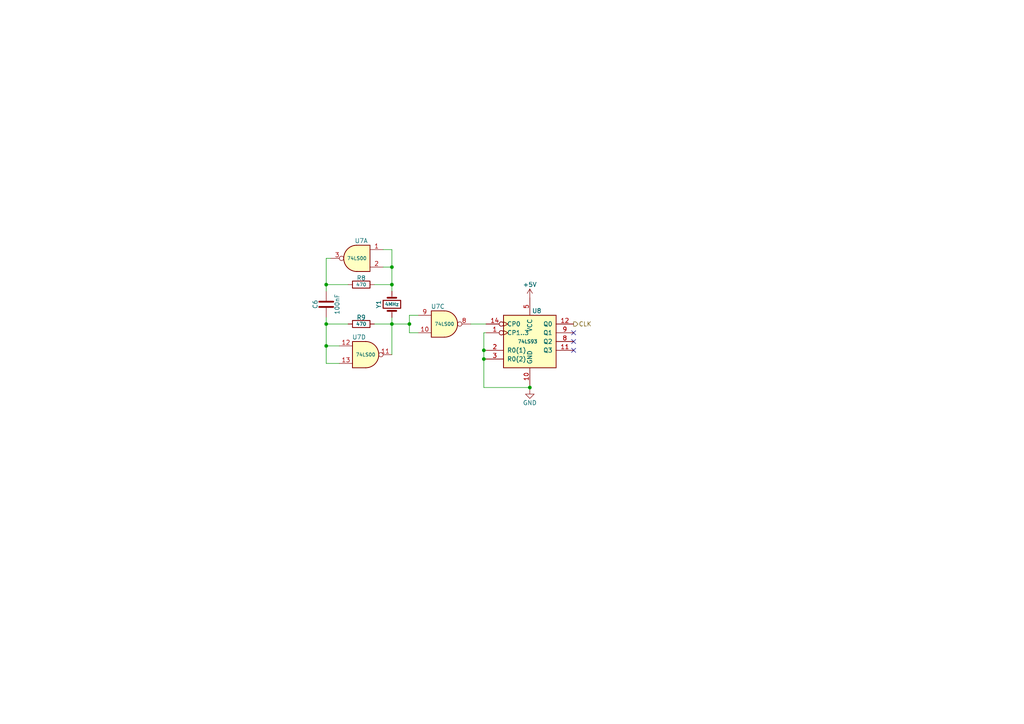
<source format=kicad_sch>
(kicad_sch (version 20230121) (generator eeschema)
  (paper "A4")
  (title_block (title "Sorcerer Dream Disk") (date "2023-12-16") (rev "1.0") (company "Marcel Erz (RetroStack), John Halkiadakis, Michael Borthwick (Exidyboy)") (comment 2 "4 MHz clock and 50% duty sycle divider to 2 MHz") (comment 4 "Clock"))
  (lib_symbols
    (symbol "74xx:74LS00" (pin_names (offset 1.016))
      (property "Reference" "U" (at 0 1.27 0))
      (property "Value" "74LS00" (at 0 -1.27 0))
      (symbol "74LS00_1_1"
        (arc (start 0 -3.81) (mid 3.7934 0) (end 0 3.81) (stroke (width 0.254)) (fill (type background)))
        (polyline (pts (xy 0 3.81) (xy -3.81 3.81) (xy -3.81 -3.81) (xy 0 -3.81)) (stroke (width 0.254)) (fill (type background)))
        (pin input line (at -7.62 2.54 0) (length 3.81) (name "~") (number "1"))
        (pin input line (at -7.62 -2.54 0) (length 3.81) (name "~") (number "2"))
        (pin output inverted (at 7.62 0 180) (length 3.81) (name "~") (number "3"))
      )
      (symbol "74LS00_1_2"
        (arc (start -3.81 -3.81) (mid -2.589 0) (end -3.81 3.81) (stroke (width 0.254)))
        (arc (start -0.6096 -3.81) (mid 2.1842 -2.5851) (end 3.81 0) (stroke (width 0.254)) (fill (type background)))
        (polyline (pts (xy -3.81 -3.81) (xy -0.635 -3.81)) (stroke (width 0.254)) (fill (type background)))
        (polyline (pts (xy -3.81 3.81) (xy -0.635 3.81)) (stroke (width 0.254)) (fill (type background)))
        (polyline (pts (xy -0.635 3.81) (xy -3.81 3.81) (xy -3.81 3.81) (xy -3.556 3.4036) (xy -3.0226 2.2606) (xy -2.6924 1.0414) (xy -2.6162 -0.254) (xy -2.7686 -1.4986) (xy -3.175 -2.7178) (xy -3.81 -3.81) (xy -3.81 -3.81) (xy -0.635 -3.81)) (stroke (width -25.4)) (fill (type background)))
        (arc (start 3.81 0) (mid 2.1915 2.5936) (end -0.6096 3.81) (stroke (width 0.254)) (fill (type background)))
        (pin input inverted (at -7.62 2.54 0) (length 4.318) (name "~") (number "1"))
        (pin input inverted (at -7.62 -2.54 0) (length 4.318) (name "~") (number "2"))
        (pin output line (at 7.62 0 180) (length 3.81) (name "~") (number "3"))
      )
      (symbol "74LS00_2_1"
        (arc (start 0 -3.81) (mid 3.7934 0) (end 0 3.81) (stroke (width 0.254)) (fill (type background)))
        (polyline (pts (xy 0 3.81) (xy -3.81 3.81) (xy -3.81 -3.81) (xy 0 -3.81)) (stroke (width 0.254)) (fill (type background)))
        (pin input line (at -7.62 2.54 0) (length 3.81) (name "~") (number "4"))
        (pin input line (at -7.62 -2.54 0) (length 3.81) (name "~") (number "5"))
        (pin output inverted (at 7.62 0 180) (length 3.81) (name "~") (number "6"))
      )
      (symbol "74LS00_2_2"
        (arc (start -3.81 -3.81) (mid -2.589 0) (end -3.81 3.81) (stroke (width 0.254)))
        (arc (start -0.6096 -3.81) (mid 2.1842 -2.5851) (end 3.81 0) (stroke (width 0.254)) (fill (type background)))
        (polyline (pts (xy -3.81 -3.81) (xy -0.635 -3.81)) (stroke (width 0.254)) (fill (type background)))
        (polyline (pts (xy -3.81 3.81) (xy -0.635 3.81)) (stroke (width 0.254)) (fill (type background)))
        (polyline (pts (xy -0.635 3.81) (xy -3.81 3.81) (xy -3.81 3.81) (xy -3.556 3.4036) (xy -3.0226 2.2606) (xy -2.6924 1.0414) (xy -2.6162 -0.254) (xy -2.7686 -1.4986) (xy -3.175 -2.7178) (xy -3.81 -3.81) (xy -3.81 -3.81) (xy -0.635 -3.81)) (stroke (width -25.4)) (fill (type background)))
        (arc (start 3.81 0) (mid 2.1915 2.5936) (end -0.6096 3.81) (stroke (width 0.254)) (fill (type background)))
        (pin input inverted (at -7.62 2.54 0) (length 4.318) (name "~") (number "4"))
        (pin input inverted (at -7.62 -2.54 0) (length 4.318) (name "~") (number "5"))
        (pin output line (at 7.62 0 180) (length 3.81) (name "~") (number "6"))
      )
      (symbol "74LS00_3_1"
        (arc (start 0 -3.81) (mid 3.7934 0) (end 0 3.81) (stroke (width 0.254)) (fill (type background)))
        (polyline (pts (xy 0 3.81) (xy -3.81 3.81) (xy -3.81 -3.81) (xy 0 -3.81)) (stroke (width 0.254)) (fill (type background)))
        (pin input line (at -7.62 -2.54 0) (length 3.81) (name "~") (number "10"))
        (pin output inverted (at 7.62 0 180) (length 3.81) (name "~") (number "8"))
        (pin input line (at -7.62 2.54 0) (length 3.81) (name "~") (number "9"))
      )
      (symbol "74LS00_3_2"
        (arc (start -3.81 -3.81) (mid -2.589 0) (end -3.81 3.81) (stroke (width 0.254)))
        (arc (start -0.6096 -3.81) (mid 2.1842 -2.5851) (end 3.81 0) (stroke (width 0.254)) (fill (type background)))
        (polyline (pts (xy -3.81 -3.81) (xy -0.635 -3.81)) (stroke (width 0.254)) (fill (type background)))
        (polyline (pts (xy -3.81 3.81) (xy -0.635 3.81)) (stroke (width 0.254)) (fill (type background)))
        (polyline (pts (xy -0.635 3.81) (xy -3.81 3.81) (xy -3.81 3.81) (xy -3.556 3.4036) (xy -3.0226 2.2606) (xy -2.6924 1.0414) (xy -2.6162 -0.254) (xy -2.7686 -1.4986) (xy -3.175 -2.7178) (xy -3.81 -3.81) (xy -3.81 -3.81) (xy -0.635 -3.81)) (stroke (width -25.4)) (fill (type background)))
        (arc (start 3.81 0) (mid 2.1915 2.5936) (end -0.6096 3.81) (stroke (width 0.254)) (fill (type background)))
        (pin input inverted (at -7.62 -2.54 0) (length 4.318) (name "~") (number "10"))
        (pin output line (at 7.62 0 180) (length 3.81) (name "~") (number "8"))
        (pin input inverted (at -7.62 2.54 0) (length 4.318) (name "~") (number "9"))
      )
      (symbol "74LS00_4_1"
        (arc (start 0 -3.81) (mid 3.7934 0) (end 0 3.81) (stroke (width 0.254)) (fill (type background)))
        (polyline (pts (xy 0 3.81) (xy -3.81 3.81) (xy -3.81 -3.81) (xy 0 -3.81)) (stroke (width 0.254)) (fill (type background)))
        (pin output inverted (at 7.62 0 180) (length 3.81) (name "~") (number "11"))
        (pin input line (at -7.62 2.54 0) (length 3.81) (name "~") (number "12"))
        (pin input line (at -7.62 -2.54 0) (length 3.81) (name "~") (number "13"))
      )
      (symbol "74LS00_4_2"
        (arc (start -3.81 -3.81) (mid -2.589 0) (end -3.81 3.81) (stroke (width 0.254)))
        (arc (start -0.6096 -3.81) (mid 2.1842 -2.5851) (end 3.81 0) (stroke (width 0.254)) (fill (type background)))
        (polyline (pts (xy -3.81 -3.81) (xy -0.635 -3.81)) (stroke (width 0.254)) (fill (type background)))
        (polyline (pts (xy -3.81 3.81) (xy -0.635 3.81)) (stroke (width 0.254)) (fill (type background)))
        (polyline (pts (xy -0.635 3.81) (xy -3.81 3.81) (xy -3.81 3.81) (xy -3.556 3.4036) (xy -3.0226 2.2606) (xy -2.6924 1.0414) (xy -2.6162 -0.254) (xy -2.7686 -1.4986) (xy -3.175 -2.7178) (xy -3.81 -3.81) (xy -3.81 -3.81) (xy -0.635 -3.81)) (stroke (width -25.4)) (fill (type background)))
        (arc (start 3.81 0) (mid 2.1915 2.5936) (end -0.6096 3.81) (stroke (width 0.254)) (fill (type background)))
        (pin output line (at 7.62 0 180) (length 3.81) (name "~") (number "11"))
        (pin input inverted (at -7.62 2.54 0) (length 4.318) (name "~") (number "12"))
        (pin input inverted (at -7.62 -2.54 0) (length 4.318) (name "~") (number "13"))
      )
      (symbol "74LS00_5_0"
        (pin power_in line (at 0 12.7 270) (length 5.08) (name "VCC") (number "14"))
        (pin power_in line (at 0 -12.7 90) (length 5.08) (name "GND") (number "7"))
      )
      (symbol "74LS00_5_1"
        (rectangle (start -5.08 7.62) (end 5.08 -7.62) (stroke (width 0.254)) (fill (type background)))
      )
    )
    (symbol "74xx:74LS93" (pin_names (offset 1.016))
      (property "Reference" "U" (at -7.62 8.89 0))
      (property "Value" "74LS93" (at -7.62 -8.89 0))
      (symbol "74LS93_1_0"
        (pin input inverted_clock (at -12.7 2.54 0) (length 5.08) (name "CP1..3") (number "1"))
        (pin power_in line (at 0 -12.7 90) (length 5.08) (name "GND") (number "10"))
        (pin output line (at 12.7 -2.54 180) (length 5.08) (name "Q3") (number "11"))
        (pin output line (at 12.7 5.08 180) (length 5.08) (name "Q0") (number "12"))
        (pin input inverted_clock (at -12.7 5.08 0) (length 5.08) (name "CP0") (number "14"))
        (pin input line (at -12.7 -2.54 0) (length 5.08) (name "R0(1)") (number "2"))
        (pin input line (at -12.7 -5.08 0) (length 5.08) (name "R0(2)") (number "3"))
        (pin power_in line (at 0 12.7 270) (length 5.08) (name "VCC") (number "5"))
        (pin output line (at 12.7 0 180) (length 5.08) (name "Q2") (number "8"))
        (pin output line (at 12.7 2.54 180) (length 5.08) (name "Q1") (number "9"))
      )
      (symbol "74LS93_1_1"
        (rectangle (start -7.62 7.62) (end 7.62 -7.62) (stroke (width 0.254)) (fill (type background)))
      )
    )
    (symbol "Device:C" (pin_numbers hide) (pin_names (offset 0.254))
      (property "Reference" "C" (at 0.635 2.54 0))
      (property "Value" "C" (at 0.635 -2.54 0))
      (symbol "C_0_1"
        (polyline (pts (xy -2.032 -0.762) (xy 2.032 -0.762)) (stroke (width 0.508)))
        (polyline (pts (xy -2.032 0.762) (xy 2.032 0.762)) (stroke (width 0.508)))
      )
      (symbol "C_1_1"
        (pin passive line (at 0 3.81 270) (length 2.794) (name "~") (number "1"))
        (pin passive line (at 0 -3.81 90) (length 2.794) (name "~") (number "2"))
      )
    )
    (symbol "Device:Crystal" (pin_numbers hide) (pin_names (offset 1.016) hide)
      (property "Reference" "Y" (at 0 3.81 0))
      (property "Value" "Crystal" (at 0 -3.81 0))
      (symbol "Crystal_0_1"
        (rectangle (start -1.143 2.54) (end 1.143 -2.54) (stroke (width 0.3048)))
        (polyline (pts (xy -2.54 0) (xy -1.905 0)))
        (polyline (pts (xy -1.905 -1.27) (xy -1.905 1.27)) (stroke (width 0.508)))
        (polyline (pts (xy 1.905 -1.27) (xy 1.905 1.27)) (stroke (width 0.508)))
        (polyline (pts (xy 2.54 0) (xy 1.905 0)))
      )
      (symbol "Crystal_1_1"
        (pin passive line (at -3.81 0 0) (length 1.27) (name "1") (number "1"))
        (pin passive line (at 3.81 0 180) (length 1.27) (name "2") (number "2"))
      )
    )
    (symbol "Device:R" (pin_numbers hide) (pin_names (offset 0))
      (property "Reference" "R" (at 2.032 0 90))
      (property "Value" "R" (at 0 0 90))
      (symbol "R_0_1"
        (rectangle (start -1.016 -2.54) (end 1.016 2.54) (stroke (width 0.254)))
      )
      (symbol "R_1_1"
        (pin passive line (at 0 3.81 270) (length 1.27) (name "~") (number "1"))
        (pin passive line (at 0 -3.81 90) (length 1.27) (name "~") (number "2"))
      )
    )
    (symbol "power:+5V" (power) (pin_names (offset 0))
      (property "Value" "+5V" (at 0 3.556 0))
      (symbol "+5V_0_1"
        (polyline (pts (xy -0.762 1.27) (xy 0 2.54)))
        (polyline (pts (xy 0 0) (xy 0 2.54)))
        (polyline (pts (xy 0 2.54) (xy 0.762 1.27)))
      )
      (symbol "+5V_1_1"
        (pin power_in line (at 0 0 90) (length 0) hide (name "+5V") (number "1"))
      )
    )
    (symbol "power:GND" (power) (pin_names (offset 0))
      (property "Value" "GND" (at 0 -3.81 0))
      (symbol "GND_0_1"
        (polyline (pts (xy 0 0) (xy 0 -1.27) (xy 1.27 -1.27) (xy 0 -2.54) (xy -1.27 -1.27) (xy 0 -1.27)))
      )
      (symbol "GND_1_1"
        (pin power_in line (at 0 0 270) (length 0) hide (name "GND") (number "1"))
      )
    )
  )
  (junction (at 113.665 93.98))
  (junction (at 140.335 101.6))
  (junction (at 94.615 100.33))
  (junction (at 94.615 82.55))
  (junction (at 118.745 93.98))
  (junction (at 113.665 82.55))
  (junction (at 153.67 112.395))
  (junction (at 94.615 93.98))
  (junction (at 113.665 77.47))
  (junction (at 140.335 104.14))
  (no_connect (at 166.37 101.6))
  (no_connect (at 166.37 99.06))
  (no_connect (at 166.37 96.52))
  (wire (pts (xy 113.665 72.39) (xy 113.665 77.47)))
  (wire (pts (xy 140.97 96.52) (xy 140.335 96.52)))
  (wire (pts (xy 94.615 92.075) (xy 94.615 93.98)))
  (wire (pts (xy 118.745 91.44) (xy 118.745 93.98)))
  (wire (pts (xy 113.665 93.98) (xy 118.745 93.98)))
  (wire (pts (xy 153.67 113.03) (xy 153.67 112.395)))
  (wire (pts (xy 111.125 77.47) (xy 113.665 77.47)))
  (wire (pts (xy 94.615 74.93) (xy 94.615 82.55)))
  (wire (pts (xy 94.615 82.55) (xy 94.615 84.455)))
  (wire (pts (xy 118.745 93.98) (xy 118.745 96.52)))
  (wire (pts (xy 94.615 93.98) (xy 94.615 100.33)))
  (wire (pts (xy 140.97 104.14) (xy 140.335 104.14)))
  (wire (pts (xy 94.615 100.33) (xy 98.425 100.33)))
  (wire (pts (xy 113.665 77.47) (xy 113.665 82.55)))
  (wire (pts (xy 94.615 100.33) (xy 94.615 105.41)))
  (wire (pts (xy 140.97 101.6) (xy 140.335 101.6)))
  (wire (pts (xy 121.285 96.52) (xy 118.745 96.52)))
  (wire (pts (xy 118.745 91.44) (xy 121.285 91.44)))
  (wire (pts (xy 140.335 101.6) (xy 140.335 104.14)))
  (wire (pts (xy 95.885 74.93) (xy 94.615 74.93)))
  (wire (pts (xy 140.335 96.52) (xy 140.335 101.6)))
  (wire (pts (xy 140.335 112.395) (xy 153.67 112.395)))
  (wire (pts (xy 94.615 93.98) (xy 100.965 93.98)))
  (wire (pts (xy 113.665 82.55) (xy 113.665 84.455)))
  (wire (pts (xy 153.67 112.395) (xy 153.67 111.76)))
  (wire (pts (xy 94.615 105.41) (xy 98.425 105.41)))
  (wire (pts (xy 108.585 82.55) (xy 113.665 82.55)))
  (wire (pts (xy 113.665 92.075) (xy 113.665 93.98)))
  (wire (pts (xy 108.585 93.98) (xy 113.665 93.98)))
  (wire (pts (xy 94.615 82.55) (xy 100.965 82.55)))
  (wire (pts (xy 113.665 93.98) (xy 113.665 102.87)))
  (wire (pts (xy 140.335 104.14) (xy 140.335 112.395)))
  (wire (pts (xy 136.525 93.98) (xy 140.97 93.98)))
  (wire (pts (xy 111.125 72.39) (xy 113.665 72.39)))
  (hierarchical_label "CLK" (shape output) (at 166.37 93.98 0))
  (symbol (lib_id "74xx:74LS00") (at 106.045 102.87 0) (unit 4)
    (property "Reference" "U7" (at 104.14 97.79 0))
    (property "Value" "74LS00" (at 106.045 102.87 0) (effects (font (size 1 1))))
    (property "Footprint" "Package_DIP:DIP-14_W7.62mm" (effects hide))
    (property "Datasheet" "http://www.ti.com/lit/gpn/sn74ls00" (effects hide))
  )
  (symbol (lib_id "74xx:74LS93") (at 153.67 99.06 0) (unit 1)
    (property "Reference" "U8" (at 154.305 90.17 0) (effects (justify left)))
    (property "Value" "74LS93" (at 153.035 99.06 0) (effects (font (size 1 1))))
    (property "Footprint" "Package_DIP:DIP-14_W7.62mm" (effects hide))
    (property "Datasheet" "http://www.ti.com/lit/gpn/sn74LS93" (effects hide))
  )
  (symbol (lib_id "Device:R") (at 104.775 93.98 270) (unit 1)
    (property "Reference" "R9" (at 104.775 92.075 90))
    (property "Value" "470" (at 104.775 93.98 90) (effects (font (size 1 1))))
    (property "Footprint" "Resistor_THT:R_Axial_DIN0207_L6.3mm_D2.5mm_P7.62mm_Horizontal" (effects hide))
  )
  (symbol (lib_id "Device:R") (at 104.775 82.55 270) (unit 1)
    (property "Reference" "R8" (at 104.775 80.645 90))
    (property "Value" "470" (at 104.775 82.55 90) (effects (font (size 1 1))))
    (property "Footprint" "Resistor_THT:R_Axial_DIN0207_L6.3mm_D2.5mm_P7.62mm_Horizontal" (effects hide))
  )
  (symbol (lib_id "Device:C") (at 94.615 88.265 0) (unit 1)
    (property "Reference" "C6" (at 91.44 88.265 90))
    (property "Value" "100nF" (at 97.79 88.265 90))
    (property "Footprint" "Capacitor_THT:C_Disc_D3.8mm_W2.6mm_P2.50mm" (effects hide))
  )
  (symbol (lib_id "74xx:74LS00") (at 128.905 93.98 0) (unit 3)
    (property "Reference" "U7" (at 127 88.9 0))
    (property "Value" "74LS00" (at 128.905 93.98 0) (effects (font (size 1 1))))
    (property "Footprint" "Package_DIP:DIP-14_W7.62mm" (effects hide))
    (property "Datasheet" "http://www.ti.com/lit/gpn/sn74ls00" (effects hide))
  )
  (symbol (lib_id "74xx:74LS00") (at 103.505 74.93 0) (mirror y) (unit 1)
    (property "Reference" "U7" (at 104.775 69.85 0))
    (property "Value" "74LS00" (at 103.505 74.93 0) (effects (font (size 1 1))))
    (property "Footprint" "Package_DIP:DIP-14_W7.62mm" (effects hide))
    (property "Datasheet" "http://www.ti.com/lit/gpn/sn74ls00" (effects hide))
  )
  (symbol (lib_id "power:GND") (at 153.67 113.03 0) (unit 1)
    (property "Reference" "#PWR01" (effects hide))
    (property "Value" "GND" (at 153.67 116.84 0))
    (instances (project "Sorcerer_DreamDisk" (path "" (reference "#PWR01") (unit 1)) (path "" (reference "#PWR06") (unit 1))))
  )
  (symbol (lib_id "power:+5V") (at 153.67 86.36 0) (unit 1)
    (property "Reference" "#PWR06" (effects hide))
    (property "Value" "+5V" (at 153.67 82.55 0))
    (instances (project "Sorcerer_DreamDisk" (path "" (reference "#PWR06") (unit 1)) (path "" (reference "#PWR01") (unit 1))))
  )
  (symbol (lib_id "Device:Crystal") (at 113.665 88.265 90) (unit 1)
    (property "Reference" "Y1" (at 109.855 88.265 0))
    (property "Value" "4MHz" (at 113.665 88.265 90) (effects (font (size 1 1))))
    (property "Footprint" "Crystal:Crystal_HC49-U_Vertical" (effects hide))
  )
)
</source>
